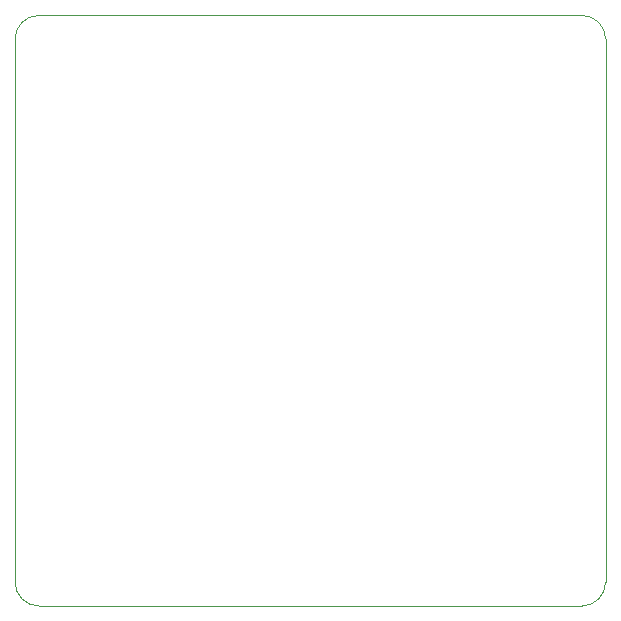
<source format=gm1>
G04 #@! TF.GenerationSoftware,KiCad,Pcbnew,(5.1.6)-1*
G04 #@! TF.CreationDate,2020-07-05T17:14:59-07:00*
G04 #@! TF.ProjectId,LED controller board - Wemos,4c454420-636f-46e7-9472-6f6c6c657220,rev?*
G04 #@! TF.SameCoordinates,Original*
G04 #@! TF.FileFunction,Profile,NP*
%FSLAX46Y46*%
G04 Gerber Fmt 4.6, Leading zero omitted, Abs format (unit mm)*
G04 Created by KiCad (PCBNEW (5.1.6)-1) date 2020-07-05 17:14:59*
%MOMM*%
%LPD*%
G01*
G04 APERTURE LIST*
G04 #@! TA.AperFunction,Profile*
%ADD10C,0.050000*%
G04 #@! TD*
G04 APERTURE END LIST*
D10*
X72000000Y-103000000D02*
G75*
G02*
X70000000Y-101000000I0J2000000D01*
G01*
X120000000Y-101000000D02*
G75*
G02*
X118000000Y-103000000I-2000000J0D01*
G01*
X120000000Y-55000000D02*
X120000000Y-101000000D01*
X70000000Y-55000000D02*
X70000000Y-101000000D01*
X72000000Y-103000000D02*
X118000000Y-103000000D01*
X118000000Y-53000000D02*
X72000000Y-53000000D01*
X118000000Y-53000000D02*
G75*
G02*
X120000000Y-55000000I0J-2000000D01*
G01*
X70000000Y-55000000D02*
G75*
G02*
X72000000Y-53000000I2000000J0D01*
G01*
M02*

</source>
